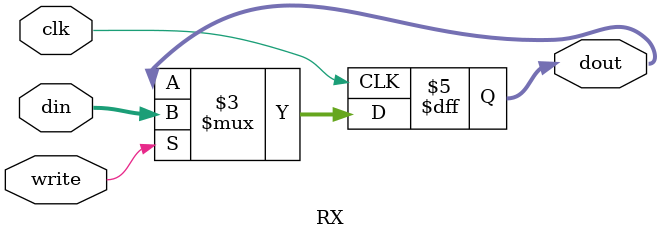
<source format=v>

module RX (
    input clk,
    input write,
    input [17:0] din,
    output reg[17:0] dout=18'b0
);

always @(posedge clk)
	begin
        if (write) dout <= din;
	end
endmodule

</source>
